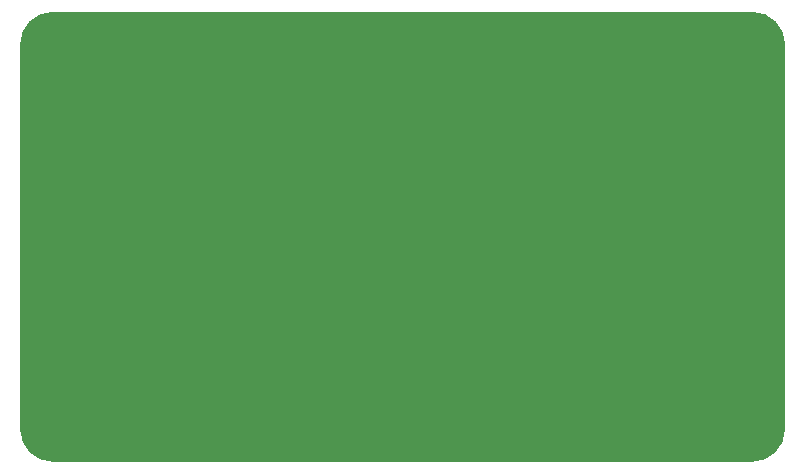
<source format=gbr>
G04 DipTrace 2.3.0.3*
%INBoard.gbr*%
%MOIN*%
%ADD11C,0.006*%
%FSLAX44Y44*%
G04*
G70*
G90*
G75*
G01*
%LNBoardPoly*%
%LPD*%
G36*
X5020Y3940D2*
D11*
X28360D1*
G03X29440Y5020I0J1080D01*
G01*
Y17860D1*
G03X28360Y18940I-1080J0D01*
G01*
X5020D1*
G03X3940Y17860I0J-1080D01*
G01*
Y5020D1*
G03X5020Y3940I1080J0D01*
G01*
G37*
M02*

</source>
